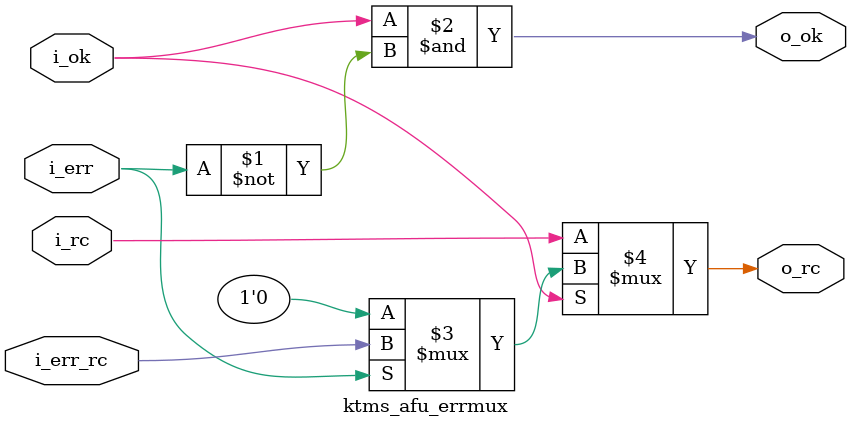
<source format=v>
module ktms_afu_errmux#(parameter rc_width=1)
   (input i_ok,
    input [0:rc_width-1] i_rc,
    input i_err,
    input [0:rc_width-1] i_err_rc,
    output o_ok,
    output [0:rc_width-1] o_rc
    );
   assign o_ok = i_ok & ~i_err;
   assign o_rc = i_ok ? (i_err ? i_err_rc : {rc_width{1'b0}}) : i_rc;
endmodule // ktms_afu_errmux


</source>
